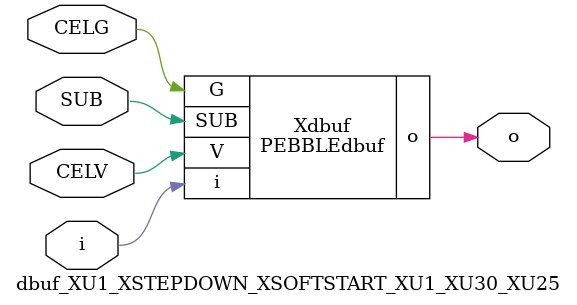
<source format=v>



module PEBBLEdbuf ( o, G, SUB, V, i );

  input V;
  input i;
  input G;
  output o;
  input SUB;
endmodule

//Celera Confidential Do Not Copy dbuf_XU1_XSTEPDOWN_XSOFTSTART_XU1_XU30_XU25
//Celera Confidential Symbol Generator
//Digital Buffer
module dbuf_XU1_XSTEPDOWN_XSOFTSTART_XU1_XU30_XU25 (CELV,CELG,i,o,SUB);
input CELV;
input CELG;
input i;
input SUB;
output o;

//Celera Confidential Do Not Copy dbuf
PEBBLEdbuf Xdbuf(
.V (CELV),
.i (i),
.o (o),
.SUB (SUB),
.G (CELG)
);
//,diesize,PEBBLEdbuf

//Celera Confidential Do Not Copy Module End
//Celera Schematic Generator
endmodule

</source>
